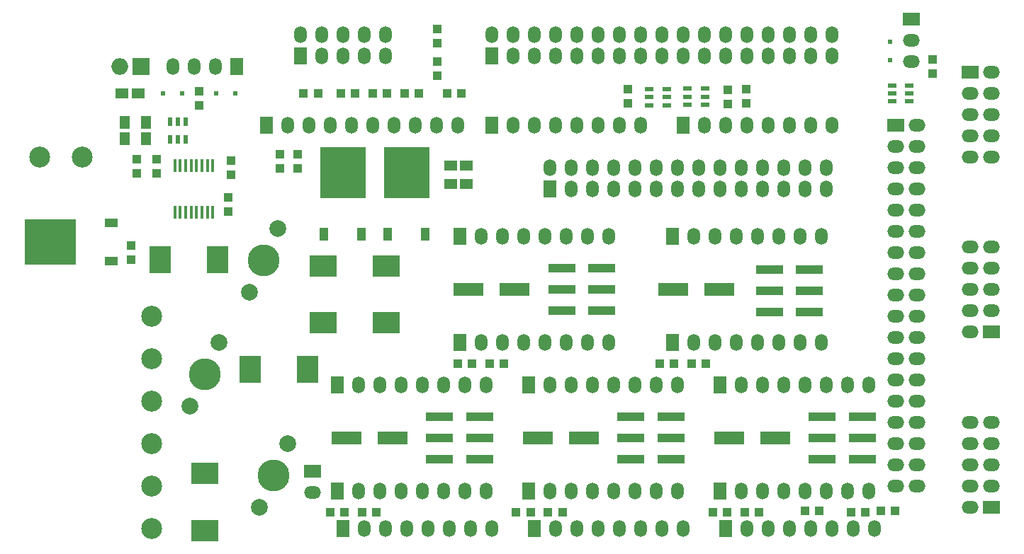
<source format=gts>
%FSLAX34Y34*%
G04 Gerber Fmt 3.4, Leading zero omitted, Abs format*
G04 (created by PCBNEW (2014-06-10 BZR 4935)-product) date 26/06/2014 07:56:29*
%MOIN*%
G01*
G70*
G90*
G04 APERTURE LIST*
%ADD10C,0.005906*%
%ADD11R,0.141700X0.063000*%
%ADD12R,0.059055X0.051181*%
%ADD13R,0.051181X0.059055*%
%ADD14R,0.039370X0.062992*%
%ADD15R,0.212598X0.244094*%
%ADD16R,0.039400X0.023600*%
%ADD17R,0.062992X0.039370*%
%ADD18R,0.244094X0.212598*%
%ADD19R,0.023600X0.039400*%
%ADD20R,0.059055X0.078740*%
%ADD21O,0.059055X0.078740*%
%ADD22R,0.078740X0.059055*%
%ADD23O,0.078740X0.059055*%
%ADD24R,0.011811X0.062992*%
%ADD25C,0.149606*%
%ADD26C,0.078740*%
%ADD27C,0.098425*%
%ADD28R,0.127953X0.039370*%
%ADD29R,0.129900X0.098400*%
%ADD30R,0.098400X0.129900*%
%ADD31R,0.078740X0.078740*%
%ADD32O,0.078740X0.078740*%
%ADD33R,0.023622X0.023622*%
%ADD34R,0.039370X0.043307*%
%ADD35R,0.043307X0.039370*%
G04 APERTURE END LIST*
G54D10*
G54D11*
X43667Y-30750D03*
X45833Y-30750D03*
X31417Y-23750D03*
X33583Y-23750D03*
X41057Y-23741D03*
X43223Y-23741D03*
X34667Y-30750D03*
X36833Y-30750D03*
G54D12*
X15874Y-14500D03*
X15125Y-14500D03*
G54D11*
X25667Y-30750D03*
X27833Y-30750D03*
G54D12*
X30575Y-17890D03*
X31324Y-17890D03*
X30580Y-18775D03*
X31329Y-18775D03*
G54D13*
X15250Y-16624D03*
X15250Y-15875D03*
X16250Y-16624D03*
X16250Y-15875D03*
G54D14*
X26397Y-21124D03*
G54D15*
X25500Y-18250D03*
G54D14*
X24602Y-21124D03*
X29397Y-21124D03*
G54D15*
X28500Y-18250D03*
G54D14*
X27602Y-21124D03*
G54D16*
X39913Y-14305D03*
X39913Y-14680D03*
X39913Y-15055D03*
X40745Y-15055D03*
X40745Y-14680D03*
X40745Y-14305D03*
X41704Y-14285D03*
X41704Y-14660D03*
X41704Y-15035D03*
X42536Y-15035D03*
X42536Y-14660D03*
X42536Y-14285D03*
G54D17*
X14624Y-20602D03*
G54D18*
X11750Y-21500D03*
G54D17*
X14624Y-22397D03*
G54D19*
X17375Y-16666D03*
X17750Y-16666D03*
X18125Y-16666D03*
X18125Y-15834D03*
X17750Y-15834D03*
X17375Y-15834D03*
G54D16*
X51334Y-14125D03*
X51334Y-14500D03*
X51334Y-14875D03*
X52166Y-14875D03*
X52166Y-14500D03*
X52166Y-14125D03*
G54D20*
X21900Y-16000D03*
G54D21*
X22900Y-16000D03*
X23900Y-16000D03*
X24900Y-16000D03*
X25900Y-16000D03*
X26900Y-16000D03*
X27900Y-16000D03*
X28900Y-16000D03*
X29900Y-16000D03*
X30900Y-16000D03*
G54D20*
X25500Y-35000D03*
G54D21*
X26500Y-35000D03*
X27500Y-35000D03*
X28500Y-35000D03*
X29500Y-35000D03*
X30500Y-35000D03*
X31500Y-35000D03*
X32500Y-35000D03*
G54D20*
X34500Y-35000D03*
G54D21*
X35500Y-35000D03*
X36500Y-35000D03*
X37500Y-35000D03*
X38500Y-35000D03*
X39500Y-35000D03*
X40500Y-35000D03*
X41500Y-35000D03*
G54D20*
X32500Y-16000D03*
G54D21*
X33500Y-16000D03*
X34500Y-16000D03*
X35500Y-16000D03*
X36500Y-16000D03*
X37500Y-16000D03*
X38500Y-16000D03*
X39500Y-16000D03*
G54D20*
X43500Y-35000D03*
G54D21*
X44500Y-35000D03*
X45500Y-35000D03*
X46500Y-35000D03*
X47500Y-35000D03*
X48500Y-35000D03*
X49500Y-35000D03*
X50500Y-35000D03*
G54D20*
X41500Y-16000D03*
G54D21*
X42500Y-16000D03*
X43500Y-16000D03*
X44500Y-16000D03*
X45500Y-16000D03*
X46500Y-16000D03*
X47500Y-16000D03*
X48500Y-16000D03*
G54D22*
X51500Y-16000D03*
G54D23*
X51500Y-17000D03*
X51500Y-18000D03*
X51500Y-19000D03*
X51500Y-20000D03*
X51500Y-21000D03*
X51500Y-22000D03*
X51500Y-23000D03*
X51500Y-24000D03*
X51500Y-25000D03*
X51500Y-26000D03*
X51500Y-27000D03*
X51500Y-28000D03*
X51500Y-29000D03*
X51500Y-30000D03*
X51500Y-31000D03*
X51500Y-32000D03*
X51500Y-33000D03*
X52500Y-16000D03*
X52500Y-17000D03*
X52500Y-18000D03*
X52500Y-19000D03*
X52500Y-20000D03*
X52500Y-21000D03*
X52500Y-22000D03*
X52500Y-23000D03*
X52500Y-24000D03*
X52500Y-25000D03*
X52500Y-26000D03*
X52500Y-27000D03*
X52500Y-28000D03*
X52500Y-29000D03*
X52500Y-30000D03*
X52500Y-31000D03*
X52500Y-32000D03*
X52500Y-33000D03*
G54D20*
X43250Y-33250D03*
G54D21*
X44250Y-33250D03*
X45250Y-33250D03*
X46250Y-33250D03*
X47250Y-33250D03*
X48250Y-33250D03*
X49250Y-33250D03*
X50250Y-33250D03*
G54D20*
X43250Y-28250D03*
G54D21*
X44250Y-28250D03*
X45250Y-28250D03*
X46250Y-28250D03*
X47250Y-28250D03*
X48250Y-28250D03*
X49250Y-28250D03*
X50250Y-28250D03*
G54D20*
X31000Y-26250D03*
G54D21*
X32000Y-26250D03*
X33000Y-26250D03*
X34000Y-26250D03*
X35000Y-26250D03*
X36000Y-26250D03*
X37000Y-26250D03*
X38000Y-26250D03*
G54D20*
X31000Y-21250D03*
G54D21*
X32000Y-21250D03*
X33000Y-21250D03*
X34000Y-21250D03*
X35000Y-21250D03*
X36000Y-21250D03*
X37000Y-21250D03*
X38000Y-21250D03*
G54D20*
X41000Y-26250D03*
G54D21*
X42000Y-26250D03*
X43000Y-26250D03*
X44000Y-26250D03*
X45000Y-26250D03*
X46000Y-26250D03*
X47000Y-26250D03*
X48000Y-26250D03*
G54D20*
X41000Y-21250D03*
G54D21*
X42000Y-21250D03*
X43000Y-21250D03*
X44000Y-21250D03*
X45000Y-21250D03*
X46000Y-21250D03*
X47000Y-21250D03*
X48000Y-21250D03*
G54D20*
X34250Y-33250D03*
G54D21*
X35250Y-33250D03*
X36250Y-33250D03*
X37250Y-33250D03*
X38250Y-33250D03*
X39250Y-33250D03*
X40250Y-33250D03*
X41250Y-33250D03*
G54D20*
X34250Y-28250D03*
G54D21*
X35250Y-28250D03*
X36250Y-28250D03*
X37250Y-28250D03*
X38250Y-28250D03*
X39250Y-28250D03*
X40250Y-28250D03*
X41250Y-28250D03*
G54D20*
X25250Y-33250D03*
G54D21*
X26250Y-33250D03*
X27250Y-33250D03*
X28250Y-33250D03*
X29250Y-33250D03*
X30250Y-33250D03*
X31250Y-33250D03*
X32250Y-33250D03*
G54D20*
X25250Y-28250D03*
G54D21*
X26250Y-28250D03*
X27250Y-28250D03*
X28250Y-28250D03*
X29250Y-28250D03*
X30250Y-28250D03*
X31250Y-28250D03*
X32250Y-28250D03*
G54D20*
X20500Y-13250D03*
G54D21*
X19500Y-13250D03*
X18500Y-13250D03*
X17500Y-13250D03*
G54D22*
X52250Y-11000D03*
G54D23*
X52250Y-12000D03*
X52250Y-13000D03*
G54D22*
X55000Y-13500D03*
G54D23*
X55000Y-14500D03*
X55000Y-15500D03*
X55000Y-16500D03*
X55000Y-17500D03*
X56000Y-13500D03*
X56000Y-14500D03*
X56000Y-15500D03*
X56000Y-16500D03*
X56000Y-17500D03*
G54D20*
X32500Y-12750D03*
G54D21*
X33500Y-12750D03*
X34500Y-12750D03*
X35500Y-12750D03*
X36500Y-12750D03*
X37500Y-12750D03*
X38500Y-12750D03*
X39500Y-12750D03*
X40500Y-12750D03*
X41500Y-12750D03*
X42500Y-12750D03*
X43500Y-12750D03*
X44500Y-12750D03*
X45500Y-12750D03*
X46500Y-12750D03*
X47500Y-12750D03*
X48500Y-12750D03*
X32500Y-11750D03*
X33500Y-11750D03*
X34500Y-11750D03*
X35500Y-11750D03*
X36500Y-11750D03*
X37500Y-11750D03*
X38500Y-11750D03*
X39500Y-11750D03*
X40500Y-11750D03*
X41500Y-11750D03*
X42500Y-11750D03*
X43500Y-11750D03*
X44500Y-11750D03*
X45500Y-11750D03*
X46500Y-11750D03*
X47500Y-11750D03*
X48500Y-11750D03*
G54D22*
X56000Y-25750D03*
G54D23*
X56000Y-24750D03*
X56000Y-23750D03*
X56000Y-22750D03*
X56000Y-21750D03*
X55000Y-25750D03*
X55000Y-24750D03*
X55000Y-23750D03*
X55000Y-22750D03*
X55000Y-21750D03*
G54D22*
X56000Y-34000D03*
G54D23*
X56000Y-33000D03*
X56000Y-32000D03*
X56000Y-31000D03*
X56000Y-30000D03*
X55000Y-34000D03*
X55000Y-33000D03*
X55000Y-32000D03*
X55000Y-31000D03*
X55000Y-30000D03*
G54D20*
X23500Y-12750D03*
G54D21*
X24500Y-12750D03*
X25500Y-12750D03*
X26500Y-12750D03*
X27500Y-12750D03*
X23500Y-11750D03*
X24500Y-11750D03*
X25500Y-11750D03*
X26500Y-11750D03*
X27500Y-11750D03*
G54D22*
X24080Y-32300D03*
G54D23*
X24080Y-33300D03*
G54D24*
X17604Y-20102D03*
X17860Y-20102D03*
X18116Y-20102D03*
X18372Y-20102D03*
X18627Y-20102D03*
X18883Y-20102D03*
X19139Y-20102D03*
X19395Y-20102D03*
X19395Y-17897D03*
X19139Y-17897D03*
X18883Y-17897D03*
X18627Y-17897D03*
X18372Y-17897D03*
X18116Y-17897D03*
X17860Y-17897D03*
X17604Y-17897D03*
G54D25*
X22250Y-32500D03*
G54D26*
X21568Y-34000D03*
X22931Y-31000D03*
G54D25*
X19000Y-27750D03*
G54D26*
X18318Y-29250D03*
X19681Y-26250D03*
G54D25*
X21783Y-22354D03*
G54D26*
X21102Y-23854D03*
X22465Y-20854D03*
G54D27*
X16500Y-25000D03*
X16500Y-27000D03*
X16500Y-29000D03*
X16500Y-31000D03*
X16500Y-33000D03*
X16500Y-35000D03*
G54D28*
X48064Y-29750D03*
X48064Y-30750D03*
X48064Y-31750D03*
X49935Y-29750D03*
X49935Y-30750D03*
X49935Y-31750D03*
X35814Y-22750D03*
X35814Y-23750D03*
X35814Y-24750D03*
X37685Y-22750D03*
X37685Y-23750D03*
X37685Y-24750D03*
X45588Y-22811D03*
X45588Y-23811D03*
X45588Y-24811D03*
X47458Y-22811D03*
X47458Y-23811D03*
X47458Y-24811D03*
X39064Y-29750D03*
X39064Y-30750D03*
X39064Y-31750D03*
X40935Y-29750D03*
X40935Y-30750D03*
X40935Y-31750D03*
X30064Y-29750D03*
X30064Y-30750D03*
X30064Y-31750D03*
X31935Y-29750D03*
X31935Y-30750D03*
X31935Y-31750D03*
G54D29*
X27548Y-25305D03*
X27548Y-22627D03*
X24575Y-25300D03*
X24575Y-22622D03*
X19000Y-35089D03*
X19000Y-32411D03*
G54D30*
X23839Y-27500D03*
X21161Y-27500D03*
X16930Y-22330D03*
X19608Y-22330D03*
G54D27*
X13250Y-17500D03*
X11250Y-17500D03*
G54D31*
X16000Y-13250D03*
G54D32*
X15000Y-13250D03*
G54D33*
X20433Y-14500D03*
X19566Y-14500D03*
X17066Y-14500D03*
X17933Y-14500D03*
X51250Y-12933D03*
X51250Y-12066D03*
G54D34*
X53250Y-12915D03*
X53250Y-13584D03*
X18750Y-14415D03*
X18750Y-15084D03*
G54D35*
X23665Y-14500D03*
X24334Y-14500D03*
G54D34*
X38920Y-14984D03*
X38920Y-14315D03*
G54D35*
X29084Y-14500D03*
X28415Y-14500D03*
X27584Y-14500D03*
X26915Y-14500D03*
X26084Y-14500D03*
X25415Y-14500D03*
G54D34*
X16750Y-17615D03*
X16750Y-18284D03*
G54D35*
X26415Y-34250D03*
X27084Y-34250D03*
X24915Y-34250D03*
X25584Y-34250D03*
X31084Y-14500D03*
X30415Y-14500D03*
G54D34*
X15563Y-21670D03*
X15563Y-22339D03*
G54D35*
X47251Y-34169D03*
X47921Y-34169D03*
X35165Y-34250D03*
X35834Y-34250D03*
G54D34*
X15800Y-17615D03*
X15800Y-18284D03*
G54D35*
X33665Y-34250D03*
X34334Y-34250D03*
X41915Y-27250D03*
X42584Y-27250D03*
X40415Y-27250D03*
X41084Y-27250D03*
X49415Y-34250D03*
X50084Y-34250D03*
X32415Y-27250D03*
X33084Y-27250D03*
X51493Y-34183D03*
X50824Y-34183D03*
G54D34*
X29953Y-13657D03*
X29953Y-12988D03*
X23386Y-17374D03*
X23386Y-18043D03*
G54D35*
X30915Y-27250D03*
X31584Y-27250D03*
X44415Y-34250D03*
X45084Y-34250D03*
G54D34*
X29941Y-11481D03*
X29941Y-12150D03*
X22562Y-17371D03*
X22562Y-18041D03*
G54D35*
X42915Y-34250D03*
X43584Y-34250D03*
G54D34*
X43620Y-14994D03*
X43620Y-14325D03*
X44490Y-14984D03*
X44490Y-14315D03*
X20105Y-20060D03*
X20105Y-19391D03*
X20250Y-17665D03*
X20250Y-18334D03*
G54D20*
X35250Y-19000D03*
G54D21*
X36250Y-19000D03*
X37250Y-19000D03*
X38250Y-19000D03*
X39250Y-19000D03*
X40250Y-19000D03*
X41250Y-19000D03*
X42250Y-19000D03*
X43250Y-19000D03*
X44250Y-19000D03*
X45250Y-19000D03*
X46250Y-19000D03*
X47250Y-19000D03*
X48250Y-19000D03*
X35250Y-18000D03*
X36250Y-18000D03*
X37250Y-18000D03*
X38250Y-18000D03*
X39250Y-18000D03*
X40250Y-18000D03*
X41250Y-18000D03*
X42250Y-18000D03*
X43250Y-18000D03*
X44250Y-18000D03*
X45250Y-18000D03*
X46250Y-18000D03*
X47250Y-18000D03*
X48250Y-18000D03*
M02*

</source>
